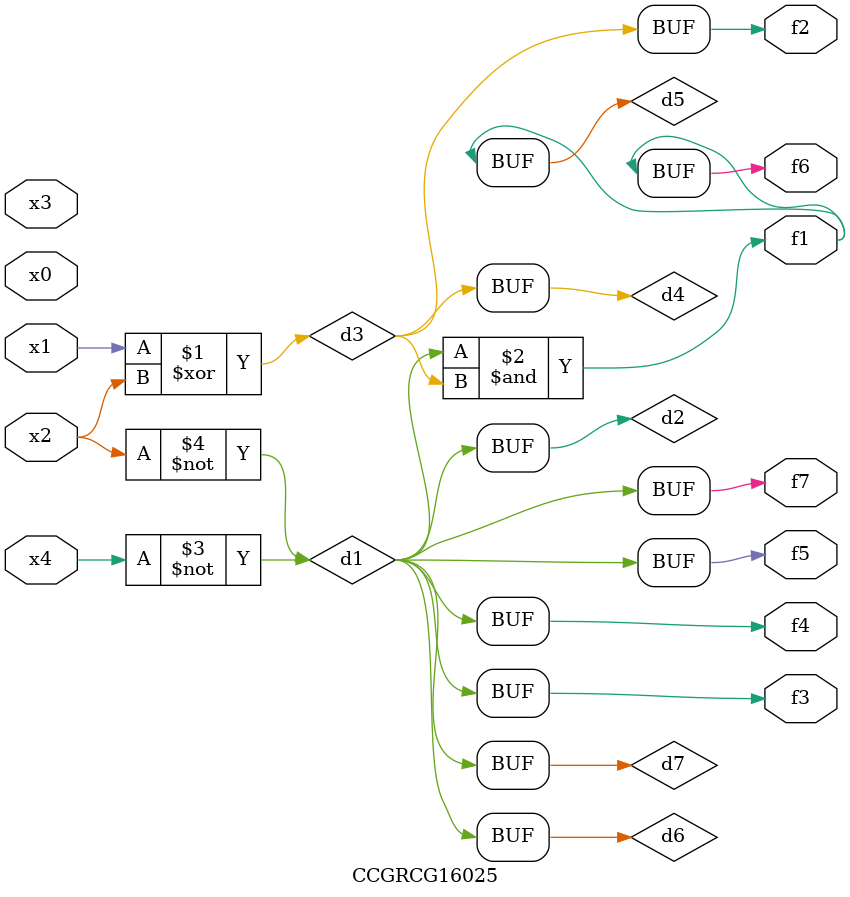
<source format=v>
module CCGRCG16025(
	input x0, x1, x2, x3, x4,
	output f1, f2, f3, f4, f5, f6, f7
);

	wire d1, d2, d3, d4, d5, d6, d7;

	not (d1, x4);
	not (d2, x2);
	xor (d3, x1, x2);
	buf (d4, d3);
	and (d5, d1, d3);
	buf (d6, d1, d2);
	buf (d7, d2);
	assign f1 = d5;
	assign f2 = d4;
	assign f3 = d7;
	assign f4 = d7;
	assign f5 = d7;
	assign f6 = d5;
	assign f7 = d7;
endmodule

</source>
